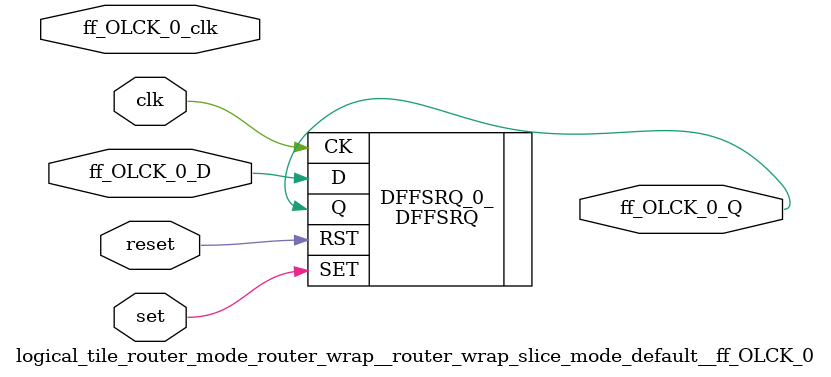
<source format=v>
`default_nettype none

module logical_tile_router_mode_router_wrap__router_wrap_slice_mode_default__ff_OLCK_0(set,
                                                                                       reset,
                                                                                       clk,
                                                                                       ff_OLCK_0_D,
                                                                                       ff_OLCK_0_Q,
                                                                                       ff_OLCK_0_clk);
//----- GLOBAL PORTS -----
input [0:0] set;
//----- GLOBAL PORTS -----
input [0:0] reset;
//----- GLOBAL PORTS -----
input [0:0] clk;
//----- INPUT PORTS -----
input [0:0] ff_OLCK_0_D;
//----- OUTPUT PORTS -----
output [0:0] ff_OLCK_0_Q;
//----- CLOCK PORTS -----
input [0:0] ff_OLCK_0_clk;

//----- BEGIN wire-connection ports -----
wire [0:0] ff_OLCK_0_D;
wire [0:0] ff_OLCK_0_Q;
wire [0:0] ff_OLCK_0_clk;
//----- END wire-connection ports -----


//----- BEGIN Registered ports -----
//----- END Registered ports -----



// ----- BEGIN Local short connections -----
// ----- END Local short connections -----
// ----- BEGIN Local output short connections -----
// ----- END Local output short connections -----

	DFFSRQ DFFSRQ_0_ (
		.SET(set),
		.RST(reset),
		.CK(clk),
		.D(ff_OLCK_0_D),
		.Q(ff_OLCK_0_Q));

endmodule
// ----- END Verilog module for logical_tile_router_mode_router_wrap__router_wrap_slice_mode_default__ff_OLCK_0 -----

//----- Default net type -----
`default_nettype wire




</source>
